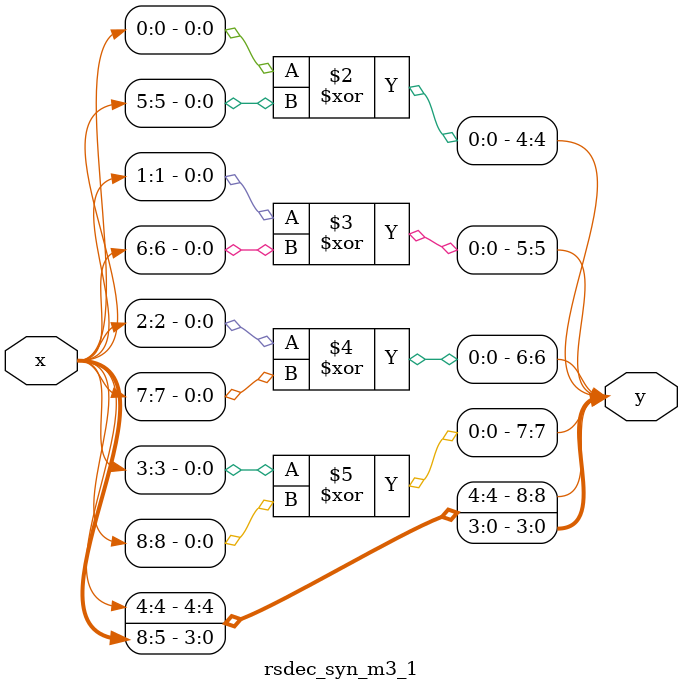
<source format=v>
module rsdec_syn_m3_1 (y, x);
	input [8:0] x;
	output [8:0] y;
	reg [8:0] y;
	always @ (x)
	begin
		y[0] = x[5];
		y[1] = x[6];
		y[2] = x[7];
		y[3] = x[8];
		y[4] = x[0] ^ x[5];
		y[5] = x[1] ^ x[6];
		y[6] = x[2] ^ x[7];
		y[7] = x[3] ^ x[8];
		y[8] = x[4];
	end
endmodule
</source>
